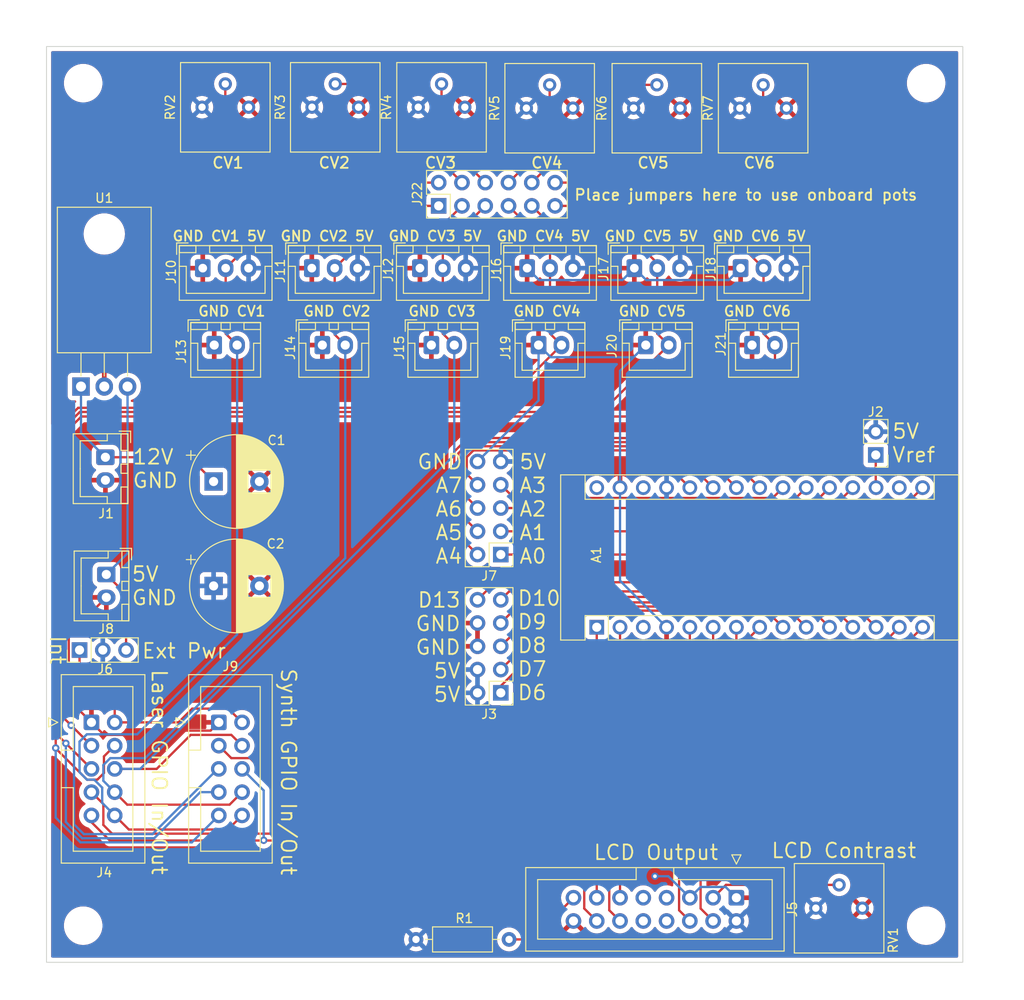
<source format=kicad_pcb>
(kicad_pcb (version 20211014) (generator pcbnew)
  (layers (0 "F.Cu" signal) (31 "B.Cu" signal) (34 "B.Paste" user) (35 "F.Paste" user) (36 "B.SilkS" user "B.Silkscreen") (37 "F.SilkS" user "F.Silkscreen") (38 "B.Mask" user) (39 "F.Mask" user) (44 "Edge.Cuts" user))
  (net 0 "")
  (net 1 "RX")
  (net 3 "TX")
  (net 4 "D6")
  (net 6 "D7")
  (net 7 "GND")
  (net 8 "D8")
  (net 9 "DB7")
  (net 10 "D9")
  (net 11 "DB6")
  (net 12 "D10")
  (net 13 "DB5")
  (net 14 "Net-(A1-Pad18)")
  (net 15 "DB4")
  (net 16 "A0")
  (net 17 "A1")
  (net 18 "A2")
  (net 19 "A3")
  (net 20 "A4")
  (net 21 "A5")
  (net 22 "+5V")
  (net 23 "A6")
  (net 25 "A7")
  (net 26 "E")
  (net 28 "RS")
  (net 29 "CV6")
  (net 30 "CV5")
  (net 31 "Net-(C1-Pad1)")
  (net 32 "CV4")
  (net 33 "CV3")
  (net 34 "CV2")
  (net 35 "CV1")
  (net 36 "Net-(J4-Pad2)")
  (net 37 "Net-(J5-Pad3)")
  (net 42 "Net-(J5-Pad15)")
  (net 43 "CV1_P")
  (net 44 "CV2_P")
  (net 45 "CV3_P")
  (net 46 "CV4_P")
  (net 47 "CV5_P")
  (net 48 "CV6_P")
  (net 49 "Net-(J6-Pad3)")
  (net 50 "D13")
  (footprint "Connector_JST:JST_XH_B2B-XH-A_1x02_P2.50mm_Vertical" (layer "F.Cu") (at 53.7 32.6)
    (fp_text reference "J19")
    (fp_text value "Conn_01x02")
  )
  (footprint "Package_TO_SOT_THT:TO-220-3_Horizontal_TabDown" (layer "F.Cu") (at 3.76 37.13)
    (fp_text reference "U1")
    (fp_text value "L7805")
  )
  (footprint "Module:Arduino_Nano" (layer "F.Cu") (at 60.05 63.41 90)
    (fp_text reference "A1")
    (fp_text value "Arduino_Nano_v3.x")
  )
  (footprint "Connector_JST:JST_XH_B2B-XH-A_1x02_P2.50mm_Vertical" (layer "F.Cu") (at 6.525 57.65 -90)
    (fp_text reference "J8")
    (fp_text value "Conn_01x02")
  )
  (footprint "Connector_JST:JST_XH_B3B-XH-A_1x03_P2.50mm_Vertical" (layer "F.Cu") (at 40.75 24.2)
    (fp_text reference "J12")
    (fp_text value "Conn_01x03")
  )
  (footprint "Connector_JST:JST_XH_B2B-XH-A_1x02_P2.50mm_Vertical" (layer "F.Cu") (at 42 32.6)
    (fp_text reference "J15")
    (fp_text value "Conn_01x02")
  )
  (footprint "MountingHole:MountingHole_3.2mm_M3" (layer "F.Cu") (at 96 96)
    (fp_text reference "H1")
    (fp_text value "MountingHole")
  )
  (footprint "MountingHole:MountingHole_3.2mm_M3" (layer "F.Cu") (at 4 96)
    (fp_text reference "H4")
    (fp_text value "MountingHole")
  )
  (footprint "Connector_JST:JST_XH_B2B-XH-A_1x02_P2.50mm_Vertical" (layer "F.Cu") (at 18.3 32.6)
    (fp_text reference "J13")
    (fp_text value "Conn_01x02")
  )
  (footprint "Potentiometer_THT:Potentiometer_Bourns_3386P_Vertical" (layer "F.Cu") (at 45.65 6.625 90)
    (fp_text reference "RV4")
    (fp_text value "10k")
  )
  (footprint "Potentiometer_THT:Potentiometer_Bourns_3386P_Vertical" (layer "F.Cu") (at 57.45 6.725 90)
    (fp_text reference "RV5")
    (fp_text value "10k")
  )
  (footprint "Connector_JST:JST_XH_B2B-XH-A_1x02_P2.50mm_Vertical" (layer "F.Cu") (at 77 32.6)
    (fp_text reference "J21")
    (fp_text value "Conn_01x02")
  )
  (footprint "Connector_PinHeader_2.54mm:PinHeader_1x03_P2.54mm_Vertical" (layer "F.Cu") (at 3.6 65.9 90)
    (fp_text reference "J6")
    (fp_text value "Conn_01x03")
  )
  (footprint "Connector_JST:JST_XH_B2B-XH-A_1x02_P2.50mm_Vertical" (layer "F.Cu") (at 6.425 44.85 -90)
    (fp_text reference "J1")
    (fp_text value "Conn_01x02")
  )
  (footprint "Connector_IDC:IDC-Header_2x05_P2.54mm_Vertical" (layer "F.Cu") (at 18.8 73.8)
    (fp_text reference "J9")
    (fp_text value "Conn_02x05_Odd_Even")
  )
  (footprint "Connector_JST:JST_XH_B2B-XH-A_1x02_P2.50mm_Vertical" (layer "F.Cu") (at 30.1 32.6)
    (fp_text reference "J14")
    (fp_text value "Conn_01x02")
  )
  (footprint "Resistor_THT:R_Axial_DIN0207_L6.3mm_D2.5mm_P10.16mm_Horizontal" (layer "F.Cu") (at 40.32 97.5)
    (fp_text reference "R1")
    (fp_text value "220")
  )
  (footprint "Capacitor_THT:CP_Radial_D10.0mm_P5.00mm" (layer "F.Cu") (at 18.232323 58.9)
    (fp_text reference "C2")
    (fp_text value "220u")
  )
  (footprint "Connector_JST:JST_XH_B2B-XH-A_1x02_P2.50mm_Vertical" (layer "F.Cu") (at 65.4 32.6)
    (fp_text reference "J20")
    (fp_text value "Conn_01x02")
  )
  (footprint "Capacitor_THT:CP_Radial_D10.0mm_P5.00mm" (layer "F.Cu") (at 18.232323 47.5)
    (fp_text reference "C1")
    (fp_text value "220u")
  )
  (footprint "Connector_PinHeader_2.54mm:PinHeader_2x05_P2.54mm_Vertical" (layer "F.Cu") (at 49.575 70.575 180)
    (fp_text reference "J3")
    (fp_text value "Conn_02x05_Odd_Even")
  )
  (footprint "Connector_JST:JST_XH_B3B-XH-A_1x03_P2.50mm_Vertical" (layer "F.Cu") (at 28.95 24.2)
    (fp_text reference "J11")
    (fp_text value "Conn_01x03")
  )
  (footprint "Connector_PinHeader_2.54mm:PinHeader_1x02_P2.54mm_Vertical" (layer "F.Cu") (at 90.5 44.6 180)
    (fp_text reference "J2")
    (fp_text value "Conn_01x02")
  )
  (footprint "Potentiometer_THT:Potentiometer_Bourns_3386P_Vertical" (layer "F.Cu") (at 80.75 6.725 90)
    (fp_text reference "RV7")
    (fp_text value "10k")
  )
  (footprint "Potentiometer_THT:Potentiometer_Bourns_3386P_Vertical" (layer "F.Cu") (at 69.15 6.725 90)
    (fp_text reference "RV6")
    (fp_text value "10k")
  )
  (footprint "Potentiometer_THT:Potentiometer_Bourns_3386P_Vertical" (layer "F.Cu") (at 22.05 6.625 90)
    (fp_text reference "RV2")
    (fp_text value "10k")
  )
  (footprint "Potentiometer_THT:Potentiometer_Bourns_3386P_Vertical" (layer "F.Cu") (at 34.05 6.625 90)
    (fp_text reference "RV3")
    (fp_text value "10k")
  )
  (footprint "MountingHole:MountingHole_3.2mm_M3" (layer "F.Cu") (at 4 4)
    (fp_text reference "H3")
    (fp_text value "MountingHole")
  )
  (footprint "Connector_JST:JST_XH_B3B-XH-A_1x03_P2.50mm_Vertical" (layer "F.Cu") (at 52.45 24.2)
    (fp_text reference "J16")
    (fp_text value "Conn_01x03")
  )
  (footprint "Connector_JST:JST_XH_B3B-XH-A_1x03_P2.50mm_Vertical" (layer "F.Cu") (at 17.05 24.2)
    (fp_text reference "J10")
    (fp_text value "Conn_01x03")
  )
  (footprint "Connector_JST:JST_XH_B3B-XH-A_1x03_P2.50mm_Vertical" (layer "F.Cu") (at 64.15 24.2)
    (fp_text reference "J17")
    (fp_text value "Conn_01x03")
  )
  (footprint "Connector_IDC:IDC-Header_2x08_P2.54mm_Vertical" (layer "F.Cu") (at 75.29 92.9475 -90)
    (fp_text reference "J5")
    (fp_text value "Conn_02x08_Odd_Even")
  )
  (footprint "Connector_PinHeader_2.54mm:PinHeader_2x05_P2.54mm_Vertical" (layer "F.Cu") (at 49.575 55.475 180)
    (fp_text reference "J7")
    (fp_text value "Conn_02x05_Odd_Even")
  )
  (footprint "MountingHole:MountingHole_3.2mm_M3" (layer "F.Cu") (at 96 4)
    (fp_text reference "H2")
    (fp_text value "MountingHole")
  )
  (footprint "Connector_IDC:IDC-Header_2x05_P2.54mm_Vertical" (layer "F.Cu") (at 4.9 73.8)
    (fp_text reference "J4")
    (fp_text value "Conn_02x05_Odd_Even")
  )
  (footprint "Potentiometer_THT:Potentiometer_Bourns_3386P_Vertical" (layer "F.Cu") (at 89.04 94.085 90)
    (fp_text reference "RV1")
    (fp_text value "10k")
  )
  (footprint "Connector_PinHeader_2.54mm:PinHeader_2x06_P2.54mm_Vertical" (layer "F.Cu") (at 42.8 17.4 90)
    (fp_text reference "J22")
    (fp_text value "Conn_02x06_Odd_Even")
  )
  (footprint "Connector_JST:JST_XH_B3B-XH-A_1x03_P2.50mm_Vertical" (layer "F.Cu") (at 75.75 24.2)
    (fp_text reference "J18")
    (fp_text value "Conn_01x03")
  )
  (gr_rect (start 0 0) (end 100 100) (layer "Edge.Cuts") (width 0.1) (fill none))
  (gr_text "LCD Contrast" (at 79 87.8) (layer "F.SilkS") (effects (font (size 1.6 1.6) (thickness 0.2)) (justify left)))
  (gr_text "LCD Output" (at 59.6 88) (layer "F.SilkS") (effects (font (size 1.6 1.6) (thickness 0.2)) (justify left)))
  (gr_text "CV1         CV2         CV3         CV4         CV5         CV6" (at 48.8 12.7) (layer "F.SilkS") (effects (font (size 1.2 1.2) (thickness 0.2))))
  (gr_text "D13\nGND\nGND\n5V\n5V" (at 45.3 65.6) (layer "F.SilkS") (effects (font (size 1.6 1.6) (thickness 0.2)) (justify right)))
  (gr_text "Synth GPIO In/Out" (at 26.4 67.8 270) (layer "F.SilkS") (effects (font (size 1.6 1.6) (thickness 0.2)) (justify left)))
  (gr_text "Int" (at 1.2 64.2 270) (layer "F.SilkS") (effects (font (size 1.6 1.6) (thickness 0.2)) (justify left)))
  (gr_text "Ext Pwr" (at 10.3 66) (layer "F.SilkS") (effects (font (size 1.6 1.6) (thickness 0.2)) (justify left)))
  (gr_text "5V\nA3\nA2\nA1\nA0" (at 51.5 50.5) (layer "F.SilkS") (effects (font (size 1.6 1.6) (thickness 0.2)) (justify left)))
  (gr_text "D10\nD9\nD8\nD7\nD6" (at 51.3 65.4) (layer "F.SilkS") (effects (font (size 1.6 1.6) (thickness 0.2)) (justify left)))
  (gr_text "GND CV1 5V  GND CV2 5V  GND CV3 5V  GND CV4 5V  GND CV5 5V  GND CV6 5V" (at 48.3 20.7) (layer "F.SilkS") (effects (font (size 1.1 1.1) (thickness 0.2))))
  (gr_text "GND\nA7\nA6\nA5\nA4" (at 45.5 50.5) (layer "F.SilkS") (effects (font (size 1.6 1.6) (thickness 0.2)) (justify right)))
  (gr_text "Place jumpers here to use onboard pots" (at 57.5 16.2) (layer "F.SilkS") (effects (font (size 1.2 1.2) (thickness 0.2)) (justify left)))
  (gr_text "5V\nGND" (at 9.2 58.9) (layer "F.SilkS") (effects (font (size 1.6 1.6) (thickness 0.2)) (justify left)))
  (gr_text "GND CV1     GND CV2     GND CV3     GND CV4     GND CV5     GND CV6" (at 48.9 28.9) (layer "F.SilkS") (effects (font (size 1.1 1.1) (thickness 0.2))))
  (gr_text "12V\nGND" (at 9.3 46.1) (layer "F.SilkS") (effects (font (size 1.6 1.6) (thickness 0.2)) (justify left)))
  (gr_text "5V\nVref" (at 92.2 43.3) (layer "F.SilkS") (effects (font (size 1.6 1.6) (thickness 0.2)) (justify left)))
  (gr_text "Laser GPIO In/Out" (at 12.3 67.9 270) (layer "F.SilkS") (effects (font (size 1.6 1.6) (thickness 0.2)) (justify left)))
  (segment (start 20.165489 77.705489) (end 22.205489 77.705489) (width 0.25) (layer "F.Cu") (net 1))
  (segment (start 24.64952 85.95048) (end 50.813802 85.95048) (width 0.25) (layer "F.Cu") (net 1))
  (segment (start 24.64952 85.95048) (end 7.15048 85.95048) (width 0.25) (layer "F.Cu") (net 1))
  (segment (start 6.2 85) (end 6.2 82.72) (width 0.25) (layer "F.Cu") (net 1))
  (segment (start 7.15048 85.95048) (end 6.2 85) (width 0.25) (layer "F.Cu") (net 1))
  (segment (start 6.2 82.72) (end 4.9 81.42) (width 0.25) (layer "F.Cu") (net 1))
  (segment (start 24.64952 80.14952) (end 24.64952 85.95048) (width 0.25) (layer "F.Cu") (net 1))
  (segment (start 50.813802 85.95048) (end 60.05 76.714282) (width 0.25) (layer "F.Cu") (net 1))
  (segment (start 60.05 76.714282) (end 60.05 63.41) (width 0.25) (layer "F.Cu") (net 1))
  (segment (start 18.8 76.34) (end 20.165489 77.705489) (width 0.25) (layer "F.Cu") (net 1))
  (segment (start 22.205489 77.705489) (end 24.64952 80.14952) (width 0.25) (layer "F.Cu") (net 1))
  (segment (start 62.59 74.81) (end 62.59 63.41) (width 0.25) (layer "F.Cu") (net 3))
  (segment (start 4.9 84.7) (end 4.9 83.96) (width 0.25) (layer "F.Cu") (net 3))
  (segment (start 6.9 86.7) (end 4.9 84.7) (width 0.25) (layer "F.Cu") (net 3))
  (segment (start 23.7 86.67498) (end 23.67498 86.7) (width 0.25) (layer "F.Cu") (net 3))
  (segment (start 23.67498 86.7) (end 6.9 86.7) (width 0.25) (layer "F.Cu") (net 3))
  (segment (start 50.7 86.7) (end 62.59 74.81) (width 0.25) (layer "F.Cu") (net 3))
  (segment (start 23.7 86.67498) (end 23.72502 86.7) (width 0.25) (layer "F.Cu") (net 3))
  (segment (start 23.72502 86.7) (end 50.7 86.7) (width 0.25) (layer "F.Cu") (net 3))
  (via (at 23.7 86.67498) (size 0.8) (drill 0.4) (layers "F.Cu" "B.Cu") (net 3))
  (segment (start 21.34 78.88) (end 23.7 81.24) (width 0.25) (layer "B.Cu") (net 3))
  (segment (start 23.7 81.24) (end 23.7 86.67498) (width 0.25) (layer "B.Cu") (net 3))
  (segment (start 49.575 69.825) (end 57.8 61.6) (width 0.25) (layer "F.Cu") (net 4))
  (segment (start 49.575 70.575) (end 49.575 69.825) (width 0.25) (layer "F.Cu") (net 4))
  (segment (start 78.56 61.6) (end 80.37 63.41) (width 0.25) (layer "F.Cu") (net 4))
  (segment (start 57.8 61.6) (end 78.56 61.6) (width 0.25) (layer "F.Cu") (net 4))
  (segment (start 80.65048 61.15048) (end 56.45952 61.15048) (width 0.25) (layer "F.Cu") (net 6))
  (segment (start 82.91 63.41) (end 80.65048 61.15048) (width 0.25) (layer "F.Cu") (net 6))
  (segment (start 56.45952 61.15048) (end 49.575 68.035) (width 0.25) (layer "F.Cu") (net 6))
  (segment (start 2.425489 64.249511) (end 2.425489 71.325489) (width 0.25) (layer "F.Cu") (net 7))
  (segment (start 6.525 60.15) (end 2.425489 64.249511) (width 0.25) (layer "F.Cu") (net 7))
  (segment (start 4.9 73.8) (end 6.265489 75.165489) (width 0.25) (layer "F.Cu") (net 7))
  (segment (start 17.9 74.7) (end 18.8 73.8) (width 0.25) (layer "F.Cu") (net 7))
  (segment (start 2.425489 71.325489) (end 4.9 73.8) (width 0.25) (layer "F.Cu") (net 7))
  (segment (start 10 74.7) (end 17.9 74.7) (width 0.25) (layer "F.Cu") (net 7))
  (segment (start 9.534511 75.165489) (end 10 74.7) (width 0.25) (layer "F.Cu") (net 7))
  (segment (start 6.265489 75.165489) (end 9.534511 75.165489) (width 0.25) (layer "F.Cu") (net 7))
  (via (at 66.4 90.6) (size 0.8) (drill 0.4) (layers "F.Cu" "B.Cu") (net 7))
  (segment (start 47.035 45.315) (end 53.7 38.65) (width 0.25) (layer "B.Cu") (net 7))
  (segment (start 71.384511 91.772989) (end 74.115489 91.772989) (width 0.25) (layer "B.Cu") (net 7))
  (segment (start 62.85048 25.49952) (end 64.15 24.2) (width 0.25) (layer "B.Cu") (net 7))
  (segment (start 62.59 58.33) (end 67.67 63.41) (width 0.25) (layer "B.Cu") (net 7))
  (segment (start 53.7 32.6) (end 55.02452 33.92452) (width 0.25) (layer "B.Cu") (net 7))
  (segment (start 53.74952 25.49952) (end 62.85048 25.49952) (width 0.25) (layer "B.Cu") (net 7))
  (segment (start 74.115489 91.772989) (end 75.29 92.9475) (width 0.25) (layer "B.Cu") (net 7))
  (segment (start 53.7 38.65) (end 53.7 32.6) (width 0.25) (layer "B.Cu") (net 7))
  (segment (start 55.02452 33.92452) (end 64.07548 33.92452) (width 0.25) (layer "B.Cu") (net 7))
  (segment (start 66.4 90.6) (end 67.8625 90.6) (width 0.25) (layer "B.Cu") (net 7))
  (segment (start 62.59 35.41) (end 62.59 48.17) (width 0.25) (layer "B.Cu") (net 7))
  (segment (start 65.44952 25.49952) (end 74.45048 25.49952) (width 0.25) (layer "B.Cu") (net 7))
  (segment (start 62.59 48.17) (end 62.59 58.33) (width 0.25) (layer "B.Cu") (net 7))
  (segment (start 67.8625 90.6) (end 70.21 92.9475) (width 0.25) (layer "B.Cu") (net 7))
  (segment (start 74.45048 25.49952) (end 75.75 24.2) (width 0.25) (layer "B.Cu") (net 7))
  (segment (start 52.45 24.2) (end 53.74952 25.49952) (width 0.25) (layer "B.Cu") (net 7))
  (segment (start 70.21 92.9475) (end 71.384511 91.772989) (width 0.25) (layer "B.Cu") (net 7))
  (segment (start 62.59 35.41) (end 65.4 32.6) (width 0.25) (layer "B.Cu") (net 7))
  (segment (start 64.15 24.2) (end 65.44952 25.49952) (width 0.25) (layer "B.Cu") (net 7))
  (segment (start 82.74096 60.70096) (end 54.36904 60.70096) (width 0.25) (layer "F.Cu") (net 8))
  (segment (start 85.45 63.41) (end 82.74096 60.70096) (width 0.25) (layer "F.Cu") (net 8))
  (segment (start 54.36904 60.70096) (end 49.575 65.495) (width 0.25) (layer "F.Cu") (net 8))
  (segment (start 58.684511 94.122011) (end 58.684511 80.615489) (width 0.25) (layer "F.Cu") (net 9))
  (segment (start 70.21 69.09) (end 70.21 63.41) (width 0.25) (layer "F.Cu") (net 9))
  (segment (start 58.684511 80.615489) (end 70.21 69.09) (width 0.25) (layer "F.Cu") (net 9))
  (segment (start 60.05 95.4875) (end 58.684511 94.122011) (width 0.25) (layer "F.Cu") (net 9))
  (segment (start 87.99 63.41) (end 84.68 60.1) (width 0.25) (layer "F.Cu") (net 10))
  (segment (start 52.43 60.1) (end 49.575 62.955) (width 0.25) (layer "F.Cu") (net 10))
  (segment (start 84.68 60.1) (end 52.43 60.1) (width 0.25) (layer "F.Cu") (net 10))
  (segment (start 60.05 79.918564) (end 60.05 92.9475) (width 0.25) (layer "F.Cu") (net 11))
  (segment (start 72.75 67.218564) (end 60.05 79.918564) (width 0.25) (layer "F.Cu") (net 11))
  (segment (start 72.75 63.41) (end 72.75 67.218564) (width 0.25) (layer "F.Cu") (net 11))
  (segment (start 86.62 59.5) (end 50.49 59.5) (width 0.25) (layer "F.Cu") (net 12))
  (segment (start 50.49 59.5) (end 49.575 60.415) (width 0.25) (layer "F.Cu") (net 12))
  (segment (start 90.53 63.41) (end 86.62 59.5) (width 0.25) (layer "F.Cu") (net 12))
  (segment (start 61.415489 94.312989) (end 61.415489 79.188793) (width 0.25) (layer "F.Cu") (net 13))
  (segment (start 61.415489 79.188793) (end 75.29 65.314282) (width 0.25) (layer "F.Cu") (net 13))
  (segment (start 62.59 95.4875) (end 61.415489 94.312989) (width 0.25) (layer "F.Cu") (net 13))
  (segment (start 75.29 65.314282) (end 75.29 63.41) (width 0.25) (layer "F.Cu") (net 13))
  (segment (start 90.5 48.14) (end 90.53 48.17) (width 0.25) (layer "F.Cu") (net 14))
  (segment (start 90.5 44.6) (end 90.5 48.14) (width 0.25) (layer "F.Cu") (net 14))
  (segment (start 62.59 92.9475) (end 62.59 78.65) (width 0.25) (layer "F.Cu") (net 15))
  (segment (start 62.59 78.65) (end 77.83 63.41) (width 0.25) (layer "F.Cu") (net 15))
  (segment (start 80.685 55.475) (end 49.575 55.475) (width 0.25) (layer "F.Cu") (net 16))
  (segment (start 87.99 48.17) (end 80.685 55.475) (width 0.25) (layer "F.Cu") (net 16))
  (segment (start 85.45 48.17) (end 80.685 52.935) (width 0.25) (layer "F.Cu") (net 17))
  (segment (start 80.685 52.935) (end 49.575 52.935) (width 0.25) (layer "F.Cu") (net 17))
  (segment (start 82.91 48.17) (end 80.685 50.395) (width 0.25) (layer "F.Cu") (net 18))
  (segment (start 80.685 50.395) (end 49.575 50.395) (width 0.25) (layer "F.Cu") (net 18))
  (segment (start 79.245489 49.294511) (end 51.014511 49.294511) (width 0.25) (layer "F.Cu") (net 19))
  (segment (start 51.014511 49.294511) (end 49.575 47.855) (width 0.25) (layer "F.Cu") (net 19))
  (segment (start 80.37 48.17) (end 79.245489 49.294511) (width 0.25) (layer "F.Cu") (net 19))
  (segment (start 44.50096 44.227606) (end 44.50096 52.94096) (width 0.25) (layer "F.Cu") (net 20))
  (segment (start 77.83 48.17) (end 72.41048 42.75048) (width 0.25) (layer "F.Cu") (net 20))
  (segment (start 44.50096 52.94096) (end 47.035 55.475) (width 0.25) (layer "F.Cu") (net 20))
  (segment (start 45.978084 42.75048) (end 44.50096 44.227606) (width 0.25) (layer "F.Cu") (net 20))
  (segment (start 72.41048 42.75048) (end 45.978084 42.75048) (width 0.25) (layer "F.Cu") (net 20))
  (segment (start 75.29 48.17) (end 70.32 43.2) (width 0.25) (layer "F.Cu") (net 21))
  (segment (start 46.164282 43.2) (end 44.95048 44.413803) (width 0.25) (layer "F.Cu") (net 21))
  (segment (start 44.95048 50.85048) (end 47.035 52.935) (width 0.25) (layer "F.Cu") (net 21))
  (segment (start 70.32 43.2) (end 46.164282 43.2) (width 0.25) (layer "F.Cu") (net 21))
  (segment (start 44.95048 44.413803) (end 44.95048 50.85048) (width 0.25) (layer "F.Cu") (net 21))
  (segment (start 45.4 48.76) (end 47.035 50.395) (width 0.25) (layer "F.Cu") (net 23))
  (segment (start 68.23048 43.65048) (end 46.34952 43.65048) (width 0.25) (layer "F.Cu") (net 23))
  (segment (start 72.75 48.17) (end 68.23048 43.65048) (width 0.25) (layer "F.Cu") (net 23))
  (segment (start 46.34952 43.65048) (end 45.4 44.6) (width 0.25) (layer "F.Cu") (net 23))
  (segment (start 45.4 44.6) (end 45.4 48.76) (width 0.25) (layer "F.Cu") (net 23))
  (segment (start 45.860489 44.828501) (end 46.58899 44.1) (width 0.25) (layer "F.Cu") (net 25))
  (segment (start 45.860489 46.680489) (end 45.860489 44.828501) (width 0.25) (layer "F.Cu") (net 25))
  (segment (start 47.035 47.855) (end 45.860489 46.680489) (width 0.25) (layer "F.Cu") (net 25))
  (segment (start 46.58899 44.1) (end 66.14 44.1) (width 0.25) (layer "F.Cu") (net 25))
  (segment (start 66.14 44.1) (end 70.21 48.17) (width 0.25) (layer "F.Cu") (net 25))
  (segment (start 69.035489 94.312989) (end 69.035489 87.444511) (width 0.25) (layer "F.Cu") (net 26))
  (segment (start 70.21 95.4875) (end 69.035489 94.312989) (width 0.25) (layer "F.Cu") (net 26))
  (segment (start 69.035489 87.444511) (end 93.07 63.41) (width 0.25) (layer "F.Cu") (net 26))
  (segment (start 71.384511 94.122011) (end 71.384511 87.635489) (width 0.25) (layer "F.Cu") (net 28))
  (segment (start 72.75 95.4875) (end 71.384511 94.122011) (width 0.25) (layer "F.Cu") (net 28))
  (segment (start 71.384511 87.635489) (end 95.61 63.41) (width 0.25) (layer "F.Cu") (net 28))
  (segment (start 3.8 40.4) (end 1.9 42.3) (width 0.25) (layer "F.Cu") (net 29))
  (segment (start 1.9 73.34) (end 2.68 74.12) (width 0.25) (layer "F.Cu") (net 29))
  (segment (start 1.9 42.3) (end 1.9 73.34) (width 0.25) (layer "F.Cu") (net 29))
  (segment (start 55.5 17.4) (end 71.45 17.4) (width 0.25) (layer "F.Cu") (net 29))
  (segment (start 79.5 32.6) (end 79.5 35.6) (width 0.25) (layer "F.Cu") (net 29))
  (segment (start 79.5 35.6) (end 74.7 40.4) (width 0.25) (layer "F.Cu") (net 29))
  (segment (start 74.7 40.4) (end 3.8 40.4) (width 0.25) (layer "F.Cu") (net 29))
  (segment (start 78.25 24.2) (end 78.25 31.35) (width 0.25) (layer "F.Cu") (net 29))
  (segment (start 2.68 74.12) (end 4.9 76.34) (width 0.25) (layer "F.Cu") (net 29))
  (segment (start 78.25 31.35) (end 79.5 32.6) (width 0.25) (layer "F.Cu") (net 29))
  (segment (start 71.45 17.4) (end 78.25 24.2) (width 0.25) (layer "F.Cu") (net 29))
  (via (at 2.68 74.12) (size 0.8) (drill 0.4) (layers "F.Cu" "B.Cu") (net 29))
  (segment (start 4.072396 86.00096) (end 3 84.928564) (width 0.25) (layer "B.Cu") (net 29))
  (segment (start 3 74.44) (end 2.68 74.12) (width 0.25) (layer "B.Cu") (net 29))
  (segment (start 18.684282 78.88) (end 11.563322 86.00096) (width 0.25) (layer "B.Cu") (net 29))
  (segment (start 3 84.928564) (end 3 74.44) (width 0.25) (layer "B.Cu") (net 29))
  (segment (start 18.8 78.88) (end 18.684282 78.88) (width 0.25) (layer "B.Cu") (net 29))
  (segment (start 11.563322 86.00096) (end 4.072396 86.00096) (width 0.25) (layer "B.Cu") (net 29))
  (segment (start 56.76 21.2) (end 52.96 17.4) (width 0.25) (layer "F.Cu") (net 30))
  (segment (start 66.65 24.2) (end 66.65 23.65) (width 0.25) (layer "F.Cu") (net 30))
  (segment (start 3.635718 39.9) (end 60.6 39.9) (width 0.25) (layer "F.Cu") (net 30))
  (segment (start 1.45048 42.085238) (end 3.635718 39.9) (width 0.25) (layer "F.Cu") (net 30))
  (segment (start 2.11 76.09) (end 1.45048 75.43048) (width 0.25) (layer "F.Cu") (net 30))
  (segment (start 4.9 78.88) (end 2.11 76.09) (width 0.25) (layer "F.Cu") (net 30))
  (segment (start 64.2 21.2) (end 56.76 21.2) (width 0.25) (layer "F.Cu") (net 30))
  (segment (start 60.6 39.9) (end 67.9 32.6) (width 0.25) (layer "F.Cu") (net 30))
  (segment (start 66.65 24.2) (end 66.65 31.35) (width 0.25) (layer "F.Cu") (net 30))
  (segment (start 1.45048 75.43048) (end 1.45048 42.085238) (width 0.25) (layer "F.Cu") (net 30))
  (segment (start 66.65 23.65) (end 64.2 21.2) (width 0.25) (layer "F.Cu") (net 30))
  (segment (start 66.65 31.35) (end 67.9 32.6) (width 0.25) (layer "F.Cu") (net 30))
  (via (at 2.11 76.09) (size 0.8) (drill 0.4) (layers "F.Cu" "B.Cu") (net 30))
  (segment (start 18.8 81.42) (end 16.78 81.42) (width 0.25) (layer "B.Cu") (net 30))
  (segment (start 2.11 84.674282) (end 2.11 76.09) (width 0.25) (layer "B.Cu") (net 30))
  (segment (start 16.78 81.42) (end 11.74952 86.45048) (width 0.25) (layer "B.Cu") (net 30))
  (segment (start 11.74952 86.45048) (end 3.886198 86.45048) (width 0.25) (layer "B.Cu") (net 30))
  (segment (start 3.886198 86.45048) (end 2.11 84.674282) (width 0.25) (layer "B.Cu") (net 30))
  (segment (start 6.425 44.85) (end 15.582323 44.85) (width 0.25) (layer "F.Cu") (net 31))
  (segment (start 15.582323 44.85) (end 18.232323 47.5) (width 0.25) (layer "F.Cu") (net 31))
  (segment (start 3.76 37.13) (end 3.76 42.185) (width 0.25) (layer "B.Cu") (net 31))
  (segment (start 3.76 42.185) (end 6.425 44.85) (width 0.25) (layer "B.Cu") (net 31))
  (segment (start 6.265489 79.334511) (end 6.265489 77.514511) (width 0.25) (layer "F.Cu") (net 32))
  (segment (start 4.413501 80.054511) (end 5.545489 80.054511) (width 0.25) (layer "F.Cu") (net 32))
  (segment (start 54.95 24.2) (end 54.95 31.35) (width 0.25) (layer "F.Cu") (net 32))
  (segment (start 49.34952 39.45048) (end 3.44952 39.45048) (width 0.25) (layer "F.Cu") (net 32))
  (segment (start 1.00096 76.59904) (end 1.00096 76.64197) (width 0.25) (layer "F.Cu") (net 32))
  (segment (start 50.42 17.4) (end 50.42 17.42) (width 0.25) (layer "F.Cu") (net 32))
  (segment (start 56.2 32.6) (end 49.34952 39.45048) (width 0.25) (layer "F.Cu") (net 32))
  (segment (start 6.265489 77.514511) (end 7.44 76.34) (width 0.25) (layer "F.Cu") (net 32))
  (segment (start 1.00096 76.64197) (end 4.413501 80.054511) (width 0.25) (layer "F.Cu") (net 32))
  (segment (start 50.42 17.42) (end 54.95 21.95) (width 0.25) (layer "F.Cu") (net 32))
  (segment (start 5.545489 80.054511) (end 6.265489 79.334511) (width 0.25) (layer "F.Cu") (net 32))
  (segment (start 3.44952 39.45048) (end 1.00096 41.89904) (width 0.25) (layer "F.Cu") (net 32))
  (segment (start 54.95 31.35) (end 56.2 32.6) (width 0.25) (layer "F.Cu") (net 32))
  (segment (start 1.00096 41.89904) (end 1.00096 76.59904) (width 0.25) (layer "F.Cu") (net 32))
  (segment (start 54.95 21.95) (end 54.95 24.2) (width 0.25) (layer "F.Cu") (net 32))
  (via (at 1.00096 76.59904) (size 0.8) (drill 0.4) (layers "F.Cu" "B.Cu") (net 32))
  (segment (start 3.7 86.9) (end 1.00096 84.20096) (width 0.25) (layer "B.Cu") (net 32))
  (segment (start 1.00096 84.20096) (end 1.00096 76.59904) (width 0.25) (layer "B.Cu") (net 32))
  (segment (start 15.86 86.9) (end 3.7 86.9) (width 0.25) (layer "B.Cu") (net 32))
  (segment (start 18.8 83.96) (end 15.86 86.9) (width 0.25) (layer "B.Cu") (net 32))
  (segment (start 43.25 31.35) (end 44.5 32.6) (width 0.25) (layer "F.Cu") (net 33))
  (segment (start 43.25 24.2) (end 43.25 31.35) (width 0.25) (layer "F.Cu") (net 33))
  (segment (start 20.165489 75.165489) (end 21.34 76.34) (width 0.25) (layer "F.Cu") (net 33))
  (segment (start 43.25 22.03) (end 47.88 17.4) (width 0.25) (layer "F.Cu") (net 33))
  (segment (start 12.02 78.88) (end 15.734511 75.165489) (width 0.25) (layer "F.Cu") (net 33))
  (segment (start 15.734511 75.165489) (end 20.165489 75.165489) (width 0.25) (layer "F.Cu") (net 33))
  (segment (start 7.44 78.88) (end 12.02 78.88) (width 0.25) (layer "F.Cu") (net 33))
  (segment (start 43.25 24.2) (end 43.25 22.03) (width 0.25) (layer "F.Cu") (net 33))
  (segment (start 10.22 78.88) (end 7.44 78.88) (width 0.25) (layer "B.Cu") (net 33))
  (segment (start 44.5 44.6) (end 10.22 78.88) (width 0.25) (layer "B.Cu") (net 33))
  (segment (start 44.5 32.6) (end 44.5 44.6) (width 0.25) (layer "B.Cu") (net 33))
  (segment (start 7.44 81.42) (end 8.805489 82.785489) (width 0.25) (layer "F.Cu") (net 34))
  (segment (start 34.85 20.8) (end 41.94 20.8) (width 0.25) (layer "F.Cu") (net 34))
  (segment (start 31.45 31.45) (end 32.6 32.6) (width 0.25) (layer "F.Cu") (net 34))
  (segment (start 8.805489 82.785489) (end 19.974511 82.785489) (width 0.25) (layer "F.Cu") (net 34))
  (segment (start 31.45 24.2) (end 34.85 20.8) (width 0.25) (layer "F.Cu") (net 34))
  (segment (start 31.45 24.2) (end 31.45 31.45) (width 0.25) (layer "F.Cu") (net 34))
  (segment (start 41.94 20.8) (end 45.34 17.4) (width 0.25) (layer "F.Cu") (net 34))
  (segment (start 19.974511 82.785489) (end 21.34 81.42) (width 0.25) (layer "F.Cu") (net 34))
  (segment (start 6.2 80.18) (end 7.44 81.42) (width 0.25) (layer "B.Cu") (net 34))
  (segment (start 6.2 78.45899) (end 6.2 80.18) (width 0.25) (layer "B.Cu") (net 34))
  (segment (start 6.953501 77.705489) (end 6.2 78.45899) (width 0.25) (layer "B.Cu") (net 34))
  (segment (start 10.758793 77.705489) (end 6.953501 77.705489) (width 0.25) (layer "B.Cu") (net 34))
  (segment (start 32.6 55.864282) (end 10.758793 77.705489) (width 0.25) (layer "B.Cu") (net 34))
  (segment (start 32.6 32.6) (end 32.6 55.864282) (width 0.25) (layer "B.Cu") (net 34))
  (segment (start 26.35 17.4) (end 19.55 24.2) (width 0.25) (layer "F.Cu") (net 35))
  (segment (start 42.8 17.4) (end 26.35 17.4) (width 0.25) (layer "F.Cu") (net 35))
  (segment (start 8.98 85.5) (end 19.8 85.5) (width 0.25) (layer "F.Cu") (net 35))
  (segment (start 19.55 24.2) (end 19.55 31.35) (width 0.25) (layer "F.Cu") (net 35))
  (segment (start 19.8 85.5) (end 21.34 83.96) (width 0.25) (layer "F.Cu") (net 35))
  (segment (start 19.55 31.35) (end 20.8 32.6) (width 0.25) (layer "F.Cu") (net 35))
  (segment (start 7.44 83.96) (end 8.98 85.5) (width 0.25) (layer "F.Cu") (net 35))
  (segment (start 4.4 75.1) (end 9.89627 75.1) (width 0.25) (layer "B.Cu") (net 35))
  (segment (start 5.2 80.054511) (end 4.413501 80.054511) (width 0.25) (layer "B.Cu") (net 35))
  (segment (start 6.074511 82.594511) (end 6.074511 80.929022) (width 0.25) (layer "B.Cu") (net 35))
  (segment (start 7.44 83.96) (end 6.074511 82.594511) (width 0.25) (layer "B.Cu") (net 35))
  (segment (start 6.074511 80.929022) (end 5.2 80.054511) (width 0.25) (layer "B.Cu") (net 35))
  (segment (start 4.413501 80.054511) (end 3.6 79.24101) (width 0.25) (layer "B.Cu") (net 35))
  (segment (start 3.6 79.24101) (end 3.6 75.9) (width 0.25) (layer "B.Cu") (net 35))
  (segment (start 20.8 64.19627) (end 20.8 32.6) (width 0.25) (layer "B.Cu") (net 35))
  (segment (start 9.89627 75.1) (end 20.8 64.19627) (width 0.25) (layer "B.Cu") (net 35))
  (segment (start 3.6 75.9) (end 4.4 75.1) (width 0.25) (layer "B.Cu") (net 35))
  (segment (start 14.4 73.8) (end 15.9 72.3) (width 0.25) (layer "F.Cu") (net 36))
  (segment (start 15.9 72.3) (end 19.84 72.3) (width 0.25) (layer "F.Cu") (net 36))
  (segment (start 19.84 72.3) (end 21.34 73.8) (width 0.25) (layer "F.Cu") (net 36))
  (segment (start 7.44 73.8) (end 14.4 73.8) (width 0.25) (layer "F.Cu") (net 36))
  (segment (start 3.6 67.6) (end 7.44 71.44) (width 0.25) (layer "F.Cu") (net 36))
  (segment (start 3.6 65.9) (end 3.6 67.6) (width 0.25) (layer "F.Cu") (net 36))
  (segment (start 7.44 71.44) (end 7.44 73.8) (width 0.25) (layer "F.Cu") (net 36))
  (segment (start 72.75 92.9475) (end 74.1525 91.545) (width 0.25) (layer "F.Cu") (net 37))
  (segment (start 74.1525 91.545) (end 86.5 91.545) (width 0.25) (layer "F.Cu") (net 37))
  (segment (start 50.48 97.5) (end 52.9575 97.5) (width 0.25) (layer "F.Cu") (net 42))
  (segment (start 52.9575 97.5) (end 57.51 92.9475) (width 0.25) (layer "F.Cu") (net 42))
  (segment (start 19.51 4.085) (end 19.51 8.41) (width 0.25) (layer "F.Cu") (net 43))
  (segment (start 19.51 8.41) (end 25.96 14.86) (width 0.25) (layer "F.Cu") (net 43))
  (segment (start 25.96 14.86) (end 42.8 14.86) (width 0.25) (layer "F.Cu") (net 43))
  (segment (start 34.585 4.085) (end 45.34 14.84) (width 0.25) (layer "F.Cu") (net 44))
  (segment (start 45.34 14.84) (end 45.34 14.86) (width 0.25) (layer "F.Cu") (net 44))
  (segment (start 31.51 4.085) (end 34.585 4.085) (width 0.25) (layer "F.Cu") (net 44))
  (segment (start 43.11 4.085) (end 43.11 10.09) (width 0.25) (layer "F.Cu") (net 45))
  (segment (start 43.11 10.09) (end 47.88 14.86) (width 0.25) (layer "F.Cu") (net 45))
  (segment (start 54.91 10.37) (end 50.42 14.86) (width 0.25) (layer "F.Cu") (net 46))
  (segment (start 54.91 4.185) (end 54.91 10.37) (width 0.25) (layer "F.Cu") (net 46))
  (segment (start 63.635 4.185) (end 66.61 4.185) (width 0.25) (layer "F.Cu") (net 47))
  (segment (start 52.96 14.86) (end 63.635 4.185) (width 0.25) (layer "F.Cu") (net 47))
  (segment (start 55.5 14.86) (end 70.94 14.86) (width 0.25) (layer "F.Cu") (net 48))
  (segment (start 70.94 14.86) (end 78.21 7.59) (width 0.25) (layer "F.Cu") (net 48))
  (segment (start 78.21 7.59) (end 78.21 4.185) (width 0.25) (layer "F.Cu") (net 48))
  (segment (start 6.525 57.65) (end 8.68 59.805) (width 0.25) (layer "F.Cu") (net 49))
  (segment (start 8.68 59.805) (end 8.68 65.9) (width 0.25) (layer "F.Cu") (net 49))
  (segment (start 8.84 37.13) (end 8.84 55.335) (width 0.25) (layer "B.Cu") (net 49))
  (segment (start 8.84 55.335) (end 6.525 57.65) (width 0.25) (layer "B.Cu") (net 49))
  (segment (start 47.035 60.415) (end 48.95 58.5) (width 0.25) (layer "F.Cu") (net 50))
  (segment (start 85.28 58.5) (end 95.61 48.17) (width 0.25) (layer "F.Cu") (net 50))
  (segment (start 48.95 58.5) (end 85.28 58.5) (width 0.25) (layer "F.Cu") (net 50))
  (zone (net 7) (net_name "GND") (layer "F.Cu") (connect_pads (clearance 0.508)) (min_thickness 0.254) (fill yes (thermal_gap 0.508) (thermal_bridge_width 0.508))
    (polygon (pts (xy 104.14 101.6) (xy -2.54 101.6) (xy -2.54 -2.54) (xy 104.14 -2.54)))
  )
  (zone (net 22) (net_name "+5V") (layer "B.Cu") (connect_pads (clearance 0.508)) (min_thickness 0.254) (fill yes (thermal_gap 0.508) (thermal_bridge_width 0.508))
    (polygon (pts (xy 106.68 104.14) (xy -5.08 104.14) (xy -5.08 -5.08) (xy 106.68 -5.08)))
  )
)
</source>
